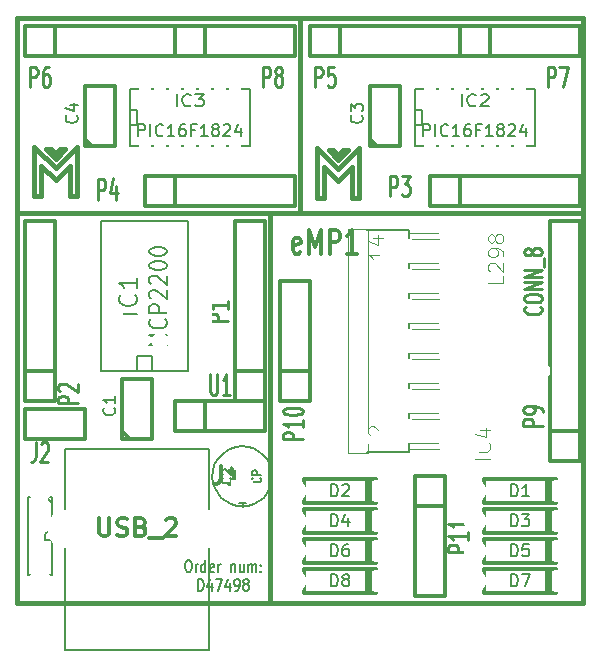
<source format=gto>
G04 (created by PCBNEW-RS274X (2011-12-28 BZR 3254)-stable) date 2012. 03. 26. 13:07:31*
G01*
G70*
G90*
%MOIN*%
G04 Gerber Fmt 3.4, Leading zero omitted, Abs format*
%FSLAX34Y34*%
G04 APERTURE LIST*
%ADD10C,0.006000*%
%ADD11C,0.007900*%
%ADD12C,0.015000*%
%ADD13C,0.012000*%
%ADD14C,0.005000*%
%ADD15C,0.008000*%
%ADD16C,0.002600*%
%ADD17C,0.010700*%
%ADD18C,0.010000*%
%ADD19C,0.010600*%
%ADD20C,0.003500*%
%ADD21C,0.007500*%
%ADD22C,0.080000*%
%ADD23C,0.126300*%
%ADD24R,0.070000X0.040000*%
%ADD25R,0.040000X0.065000*%
%ADD26R,0.075000X0.075000*%
%ADD27C,0.075000*%
%ADD28O,0.140000X0.080000*%
%ADD29C,0.055000*%
G04 APERTURE END LIST*
G54D10*
G54D11*
X10422Y-22796D02*
X10482Y-22796D01*
X10512Y-22815D01*
X10542Y-22853D01*
X10557Y-22928D01*
X10557Y-23059D01*
X10542Y-23134D01*
X10512Y-23172D01*
X10482Y-23190D01*
X10422Y-23190D01*
X10392Y-23172D01*
X10362Y-23134D01*
X10347Y-23059D01*
X10347Y-22928D01*
X10362Y-22853D01*
X10392Y-22815D01*
X10422Y-22796D01*
X10692Y-23190D02*
X10692Y-22928D01*
X10692Y-23003D02*
X10707Y-22965D01*
X10722Y-22947D01*
X10752Y-22928D01*
X10782Y-22928D01*
X11022Y-23190D02*
X11022Y-22796D01*
X11022Y-23172D02*
X10992Y-23190D01*
X10932Y-23190D01*
X10902Y-23172D01*
X10887Y-23153D01*
X10872Y-23115D01*
X10872Y-23003D01*
X10887Y-22965D01*
X10902Y-22947D01*
X10932Y-22928D01*
X10992Y-22928D01*
X11022Y-22947D01*
X11292Y-23172D02*
X11262Y-23190D01*
X11202Y-23190D01*
X11172Y-23172D01*
X11157Y-23134D01*
X11157Y-22984D01*
X11172Y-22947D01*
X11202Y-22928D01*
X11262Y-22928D01*
X11292Y-22947D01*
X11307Y-22984D01*
X11307Y-23022D01*
X11157Y-23059D01*
X11442Y-23190D02*
X11442Y-22928D01*
X11442Y-23003D02*
X11457Y-22965D01*
X11472Y-22947D01*
X11502Y-22928D01*
X11532Y-22928D01*
X11877Y-22928D02*
X11877Y-23190D01*
X11877Y-22965D02*
X11892Y-22947D01*
X11922Y-22928D01*
X11967Y-22928D01*
X11997Y-22947D01*
X12012Y-22984D01*
X12012Y-23190D01*
X12297Y-22928D02*
X12297Y-23190D01*
X12162Y-22928D02*
X12162Y-23134D01*
X12177Y-23172D01*
X12207Y-23190D01*
X12252Y-23190D01*
X12282Y-23172D01*
X12297Y-23153D01*
X12447Y-23190D02*
X12447Y-22928D01*
X12447Y-22965D02*
X12462Y-22947D01*
X12492Y-22928D01*
X12537Y-22928D01*
X12567Y-22947D01*
X12582Y-22984D01*
X12582Y-23190D01*
X12582Y-22984D02*
X12597Y-22947D01*
X12627Y-22928D01*
X12672Y-22928D01*
X12702Y-22947D01*
X12717Y-22984D01*
X12717Y-23190D01*
X12867Y-23153D02*
X12882Y-23172D01*
X12867Y-23190D01*
X12852Y-23172D01*
X12867Y-23153D01*
X12867Y-23190D01*
X12867Y-22947D02*
X12882Y-22965D01*
X12867Y-22984D01*
X12852Y-22965D01*
X12867Y-22947D01*
X12867Y-22984D01*
X10782Y-23820D02*
X10782Y-23426D01*
X10857Y-23426D01*
X10902Y-23445D01*
X10932Y-23483D01*
X10947Y-23520D01*
X10962Y-23595D01*
X10962Y-23652D01*
X10947Y-23727D01*
X10932Y-23764D01*
X10902Y-23802D01*
X10857Y-23820D01*
X10782Y-23820D01*
X11232Y-23558D02*
X11232Y-23820D01*
X11157Y-23408D02*
X11082Y-23689D01*
X11277Y-23689D01*
X11367Y-23426D02*
X11577Y-23426D01*
X11442Y-23820D01*
X11832Y-23558D02*
X11832Y-23820D01*
X11757Y-23408D02*
X11682Y-23689D01*
X11877Y-23689D01*
X12012Y-23820D02*
X12072Y-23820D01*
X12102Y-23802D01*
X12117Y-23783D01*
X12147Y-23727D01*
X12162Y-23652D01*
X12162Y-23502D01*
X12147Y-23464D01*
X12132Y-23445D01*
X12102Y-23426D01*
X12042Y-23426D01*
X12012Y-23445D01*
X11997Y-23464D01*
X11982Y-23502D01*
X11982Y-23595D01*
X11997Y-23633D01*
X12012Y-23652D01*
X12042Y-23670D01*
X12102Y-23670D01*
X12132Y-23652D01*
X12147Y-23633D01*
X12162Y-23595D01*
X12342Y-23595D02*
X12312Y-23577D01*
X12297Y-23558D01*
X12282Y-23520D01*
X12282Y-23502D01*
X12297Y-23464D01*
X12312Y-23445D01*
X12342Y-23426D01*
X12402Y-23426D01*
X12432Y-23445D01*
X12447Y-23464D01*
X12462Y-23502D01*
X12462Y-23520D01*
X12447Y-23558D01*
X12432Y-23577D01*
X12402Y-23595D01*
X12342Y-23595D01*
X12312Y-23614D01*
X12297Y-23633D01*
X12282Y-23670D01*
X12282Y-23745D01*
X12297Y-23783D01*
X12312Y-23802D01*
X12342Y-23820D01*
X12402Y-23820D01*
X12432Y-23802D01*
X12447Y-23783D01*
X12462Y-23745D01*
X12462Y-23670D01*
X12447Y-23633D01*
X12432Y-23614D01*
X12402Y-23595D01*
G54D12*
X13189Y-11220D02*
X13189Y-24213D01*
X14173Y-04724D02*
X14173Y-11220D01*
X04724Y-11220D02*
X23622Y-11220D01*
X23622Y-04724D02*
X04724Y-04724D01*
X23622Y-24213D02*
X23622Y-04724D01*
X04724Y-24213D02*
X23622Y-24213D01*
X04724Y-04724D02*
X04724Y-24213D01*
G54D13*
X14186Y-12536D02*
X14129Y-12574D01*
X14015Y-12574D01*
X13958Y-12536D01*
X13929Y-12460D01*
X13929Y-12155D01*
X13958Y-12079D01*
X14015Y-12040D01*
X14129Y-12040D01*
X14186Y-12079D01*
X14215Y-12155D01*
X14215Y-12231D01*
X13929Y-12307D01*
X14472Y-12574D02*
X14472Y-11774D01*
X14672Y-12345D01*
X14872Y-11774D01*
X14872Y-12574D01*
X15158Y-12574D02*
X15158Y-11774D01*
X15386Y-11774D01*
X15444Y-11812D01*
X15472Y-11850D01*
X15501Y-11926D01*
X15501Y-12040D01*
X15472Y-12117D01*
X15444Y-12155D01*
X15386Y-12193D01*
X15158Y-12193D01*
X16072Y-12574D02*
X15729Y-12574D01*
X15901Y-12574D02*
X15901Y-11774D01*
X15844Y-11888D01*
X15786Y-11964D01*
X15729Y-12002D01*
G54D12*
X05315Y-10669D02*
X05315Y-09016D01*
X05315Y-09016D02*
X06024Y-09725D01*
X06024Y-09725D02*
X06733Y-09016D01*
X06733Y-09016D02*
X06733Y-10669D01*
X06733Y-10669D02*
X06496Y-10669D01*
X06496Y-10669D02*
X06496Y-09646D01*
X06496Y-09646D02*
X06024Y-10118D01*
X06024Y-10118D02*
X05552Y-09646D01*
X05552Y-09646D02*
X05552Y-10669D01*
X05552Y-10669D02*
X05315Y-10669D01*
X05709Y-09095D02*
X06024Y-09410D01*
X06024Y-09410D02*
X06339Y-09095D01*
X06339Y-09095D02*
X06182Y-09095D01*
X06182Y-09095D02*
X06025Y-09252D01*
X06025Y-09252D02*
X05868Y-09095D01*
X05868Y-09095D02*
X05709Y-09095D01*
X05868Y-09095D02*
X05709Y-09095D01*
X06025Y-09252D02*
X05868Y-09095D01*
X15445Y-09291D02*
X15288Y-09134D01*
X15288Y-09134D02*
X15129Y-09134D01*
X15288Y-09134D02*
X15129Y-09134D01*
X15445Y-09291D02*
X15288Y-09134D01*
X15602Y-09134D02*
X15445Y-09291D01*
X15759Y-09134D02*
X15602Y-09134D01*
X15444Y-09449D02*
X15759Y-09134D01*
X15129Y-09134D02*
X15444Y-09449D01*
X14972Y-10708D02*
X14735Y-10708D01*
X14972Y-09685D02*
X14972Y-10708D01*
X15444Y-10157D02*
X14972Y-09685D01*
X15916Y-09685D02*
X15444Y-10157D01*
X15916Y-10708D02*
X15916Y-09685D01*
X16153Y-10708D02*
X15916Y-10708D01*
X16153Y-09055D02*
X16153Y-10708D01*
X15444Y-09764D02*
X16153Y-09055D01*
X14735Y-09055D02*
X15444Y-09764D01*
X14735Y-10708D02*
X14735Y-09055D01*
G54D14*
X06350Y-25800D02*
X11150Y-25800D01*
X11150Y-25800D02*
X11150Y-19100D01*
X11150Y-19100D02*
X06350Y-19100D01*
X06350Y-19100D02*
X06350Y-25800D01*
X10450Y-11500D02*
X07550Y-11500D01*
X07550Y-16500D02*
X10450Y-16500D01*
X10450Y-11500D02*
X10450Y-16500D01*
X07550Y-16500D02*
X07550Y-11500D01*
X08750Y-16500D02*
X08750Y-16000D01*
X08750Y-16000D02*
X09250Y-16000D01*
X09250Y-16000D02*
X09250Y-16500D01*
G54D15*
X12500Y-07100D02*
X12500Y-09000D01*
X12500Y-09000D02*
X08500Y-09000D01*
X08500Y-09000D02*
X08500Y-07100D01*
X08500Y-07100D02*
X12500Y-07100D01*
X08500Y-07800D02*
X08750Y-07800D01*
X08750Y-07800D02*
X08750Y-08300D01*
X08750Y-08300D02*
X08500Y-08300D01*
X22000Y-07100D02*
X22000Y-09000D01*
X22000Y-09000D02*
X18000Y-09000D01*
X18000Y-09000D02*
X18000Y-07100D01*
X18000Y-07100D02*
X22000Y-07100D01*
X18000Y-07800D02*
X18250Y-07800D01*
X18250Y-07800D02*
X18250Y-08300D01*
X18250Y-08300D02*
X18000Y-08300D01*
G54D13*
X22500Y-19500D02*
X22500Y-11500D01*
X22500Y-11500D02*
X23500Y-11500D01*
X23500Y-11500D02*
X23500Y-19500D01*
X23500Y-19500D02*
X22500Y-19500D01*
X23500Y-18500D02*
X22500Y-18500D01*
X13000Y-17500D02*
X12000Y-17500D01*
X12000Y-17500D02*
X12000Y-11500D01*
X12000Y-11500D02*
X13000Y-11500D01*
X13000Y-11500D02*
X13000Y-17500D01*
X13000Y-16500D02*
X12000Y-16500D01*
X06000Y-17500D02*
X05000Y-17500D01*
X05000Y-17500D02*
X05000Y-11500D01*
X05000Y-11500D02*
X06000Y-11500D01*
X06000Y-11500D02*
X06000Y-17500D01*
X06000Y-16500D02*
X05000Y-16500D01*
X14500Y-06000D02*
X14500Y-05000D01*
X14500Y-05000D02*
X19500Y-05000D01*
X19500Y-05000D02*
X19500Y-06000D01*
X19500Y-06000D02*
X14500Y-06000D01*
X15500Y-06000D02*
X15500Y-05000D01*
X18500Y-11000D02*
X18500Y-10000D01*
X18500Y-10000D02*
X23500Y-10000D01*
X23500Y-10000D02*
X23500Y-11000D01*
X23500Y-11000D02*
X18500Y-11000D01*
X19500Y-11000D02*
X19500Y-10000D01*
X09000Y-11000D02*
X09000Y-10000D01*
X09000Y-10000D02*
X14000Y-10000D01*
X14000Y-10000D02*
X14000Y-11000D01*
X14000Y-11000D02*
X09000Y-11000D01*
X10000Y-11000D02*
X10000Y-10000D01*
X05000Y-06000D02*
X05000Y-05000D01*
X05000Y-05000D02*
X10000Y-05000D01*
X10000Y-05000D02*
X10000Y-06000D01*
X10000Y-06000D02*
X05000Y-06000D01*
X06000Y-06000D02*
X06000Y-05000D01*
X19500Y-05000D02*
X19500Y-05000D01*
X19500Y-06000D02*
X19500Y-05000D01*
X19500Y-05000D02*
X19500Y-05000D01*
X19500Y-05000D02*
X23500Y-05000D01*
X23500Y-05000D02*
X23500Y-06000D01*
X23500Y-06000D02*
X19500Y-06000D01*
X20500Y-06000D02*
X20500Y-05000D01*
X10000Y-05000D02*
X10000Y-05000D01*
X10000Y-06000D02*
X10000Y-05000D01*
X10000Y-05000D02*
X10000Y-05000D01*
X10000Y-05000D02*
X14000Y-05000D01*
X14000Y-05000D02*
X14000Y-06000D01*
X14000Y-06000D02*
X10000Y-06000D01*
X11000Y-06000D02*
X11000Y-05000D01*
X13500Y-17500D02*
X13500Y-17500D01*
X14500Y-17500D02*
X13500Y-17500D01*
X13500Y-17500D02*
X13500Y-17500D01*
X13500Y-17500D02*
X13500Y-13500D01*
X13500Y-13500D02*
X14500Y-13500D01*
X14500Y-13500D02*
X14500Y-17500D01*
X14500Y-16500D02*
X13500Y-16500D01*
X19000Y-20000D02*
X19000Y-20000D01*
X18000Y-20000D02*
X19000Y-20000D01*
X19000Y-20000D02*
X19000Y-20000D01*
X19000Y-20000D02*
X19000Y-24000D01*
X19000Y-24000D02*
X18000Y-24000D01*
X18000Y-24000D02*
X18000Y-20000D01*
X18000Y-21000D02*
X19000Y-21000D01*
X10000Y-18500D02*
X10000Y-17500D01*
X10000Y-17500D02*
X13000Y-17500D01*
X13000Y-17500D02*
X13000Y-18500D01*
X13000Y-18500D02*
X10000Y-18500D01*
X11000Y-17500D02*
X11000Y-18500D01*
X05000Y-18750D02*
X05000Y-17750D01*
X05000Y-17750D02*
X07000Y-17750D01*
X07000Y-17750D02*
X07000Y-18750D01*
X07000Y-18750D02*
X05000Y-18750D01*
G54D15*
X05500Y-20500D02*
X05500Y-20700D01*
X05500Y-23500D02*
X05500Y-23300D01*
X05500Y-23300D02*
X05900Y-23300D01*
X05900Y-23300D02*
X05900Y-20700D01*
X05900Y-20700D02*
X05100Y-20700D01*
X05100Y-20700D02*
X05100Y-23300D01*
X05100Y-23300D02*
X05500Y-23300D01*
X05700Y-20700D02*
X05900Y-20900D01*
G54D16*
X18900Y-19100D02*
X18900Y-18900D01*
X18900Y-18900D02*
X17800Y-18900D01*
X17800Y-19100D02*
X17800Y-18900D01*
X18900Y-19100D02*
X17800Y-19100D01*
X18900Y-18100D02*
X18900Y-17900D01*
X18900Y-17900D02*
X17800Y-17900D01*
X17800Y-18100D02*
X17800Y-17900D01*
X18900Y-18100D02*
X17800Y-18100D01*
X18900Y-17100D02*
X18900Y-16900D01*
X18900Y-16900D02*
X17800Y-16900D01*
X17800Y-17100D02*
X17800Y-16900D01*
X18900Y-17100D02*
X17800Y-17100D01*
X18900Y-16100D02*
X18900Y-15900D01*
X18900Y-15900D02*
X17800Y-15900D01*
X17800Y-16100D02*
X17800Y-15900D01*
X18900Y-16100D02*
X17800Y-16100D01*
X18900Y-15100D02*
X18900Y-14900D01*
X18900Y-14900D02*
X17800Y-14900D01*
X17800Y-15100D02*
X17800Y-14900D01*
X18900Y-15100D02*
X17800Y-15100D01*
X18900Y-14100D02*
X18900Y-13900D01*
X18900Y-13900D02*
X17800Y-13900D01*
X17800Y-14100D02*
X17800Y-13900D01*
X18900Y-14100D02*
X17800Y-14100D01*
X18900Y-13100D02*
X18900Y-12900D01*
X18900Y-12900D02*
X17800Y-12900D01*
X17800Y-13100D02*
X17800Y-12900D01*
X18900Y-13100D02*
X17800Y-13100D01*
X18900Y-12100D02*
X18900Y-11900D01*
X18900Y-11900D02*
X17800Y-11900D01*
X17800Y-12100D02*
X17800Y-11900D01*
X18900Y-12100D02*
X17800Y-12100D01*
X16432Y-19230D02*
X16432Y-11770D01*
X16432Y-11770D02*
X15772Y-11770D01*
X15772Y-19230D02*
X15772Y-11770D01*
X16432Y-19230D02*
X15772Y-19230D01*
G54D10*
X17800Y-19200D02*
X17800Y-19100D01*
X17800Y-19100D02*
X17800Y-11900D01*
X17800Y-11900D02*
X17800Y-11800D01*
X16400Y-19200D02*
X17800Y-19200D01*
X16400Y-11800D02*
X17800Y-11800D01*
G54D13*
X17000Y-23500D02*
X16700Y-23500D01*
X16700Y-23500D02*
X16700Y-23100D01*
X16700Y-23100D02*
X14300Y-23100D01*
X14300Y-23100D02*
X14300Y-23500D01*
X14300Y-23500D02*
X14000Y-23500D01*
X14300Y-23500D02*
X14300Y-23900D01*
X14300Y-23900D02*
X16700Y-23900D01*
X16700Y-23900D02*
X16700Y-23500D01*
X16500Y-23100D02*
X16500Y-23900D01*
X16400Y-23900D02*
X16400Y-23100D01*
X23000Y-23500D02*
X22700Y-23500D01*
X22700Y-23500D02*
X22700Y-23100D01*
X22700Y-23100D02*
X20300Y-23100D01*
X20300Y-23100D02*
X20300Y-23500D01*
X20300Y-23500D02*
X20000Y-23500D01*
X20300Y-23500D02*
X20300Y-23900D01*
X20300Y-23900D02*
X22700Y-23900D01*
X22700Y-23900D02*
X22700Y-23500D01*
X22500Y-23100D02*
X22500Y-23900D01*
X22400Y-23900D02*
X22400Y-23100D01*
X17000Y-22500D02*
X16700Y-22500D01*
X16700Y-22500D02*
X16700Y-22100D01*
X16700Y-22100D02*
X14300Y-22100D01*
X14300Y-22100D02*
X14300Y-22500D01*
X14300Y-22500D02*
X14000Y-22500D01*
X14300Y-22500D02*
X14300Y-22900D01*
X14300Y-22900D02*
X16700Y-22900D01*
X16700Y-22900D02*
X16700Y-22500D01*
X16500Y-22100D02*
X16500Y-22900D01*
X16400Y-22900D02*
X16400Y-22100D01*
X23000Y-22500D02*
X22700Y-22500D01*
X22700Y-22500D02*
X22700Y-22100D01*
X22700Y-22100D02*
X20300Y-22100D01*
X20300Y-22100D02*
X20300Y-22500D01*
X20300Y-22500D02*
X20000Y-22500D01*
X20300Y-22500D02*
X20300Y-22900D01*
X20300Y-22900D02*
X22700Y-22900D01*
X22700Y-22900D02*
X22700Y-22500D01*
X22500Y-22100D02*
X22500Y-22900D01*
X22400Y-22900D02*
X22400Y-22100D01*
X17000Y-21500D02*
X16700Y-21500D01*
X16700Y-21500D02*
X16700Y-21100D01*
X16700Y-21100D02*
X14300Y-21100D01*
X14300Y-21100D02*
X14300Y-21500D01*
X14300Y-21500D02*
X14000Y-21500D01*
X14300Y-21500D02*
X14300Y-21900D01*
X14300Y-21900D02*
X16700Y-21900D01*
X16700Y-21900D02*
X16700Y-21500D01*
X16500Y-21100D02*
X16500Y-21900D01*
X16400Y-21900D02*
X16400Y-21100D01*
X23000Y-21500D02*
X22700Y-21500D01*
X22700Y-21500D02*
X22700Y-21100D01*
X22700Y-21100D02*
X20300Y-21100D01*
X20300Y-21100D02*
X20300Y-21500D01*
X20300Y-21500D02*
X20000Y-21500D01*
X20300Y-21500D02*
X20300Y-21900D01*
X20300Y-21900D02*
X22700Y-21900D01*
X22700Y-21900D02*
X22700Y-21500D01*
X22500Y-21100D02*
X22500Y-21900D01*
X22400Y-21900D02*
X22400Y-21100D01*
X17000Y-20500D02*
X16700Y-20500D01*
X16700Y-20500D02*
X16700Y-20100D01*
X16700Y-20100D02*
X14300Y-20100D01*
X14300Y-20100D02*
X14300Y-20500D01*
X14300Y-20500D02*
X14000Y-20500D01*
X14300Y-20500D02*
X14300Y-20900D01*
X14300Y-20900D02*
X16700Y-20900D01*
X16700Y-20900D02*
X16700Y-20500D01*
X16500Y-20100D02*
X16500Y-20900D01*
X16400Y-20900D02*
X16400Y-20100D01*
X23000Y-20500D02*
X22700Y-20500D01*
X22700Y-20500D02*
X22700Y-20100D01*
X22700Y-20100D02*
X20300Y-20100D01*
X20300Y-20100D02*
X20300Y-20500D01*
X20300Y-20500D02*
X20000Y-20500D01*
X20300Y-20500D02*
X20300Y-20900D01*
X20300Y-20900D02*
X22700Y-20900D01*
X22700Y-20900D02*
X22700Y-20500D01*
X22500Y-20100D02*
X22500Y-20900D01*
X22400Y-20900D02*
X22400Y-20100D01*
X08250Y-18730D02*
X08250Y-16750D01*
X08250Y-16750D02*
X09250Y-16750D01*
X09250Y-16750D02*
X09250Y-18750D01*
X09250Y-18750D02*
X08250Y-18750D01*
X08500Y-18750D02*
X08250Y-18500D01*
X07000Y-08980D02*
X07000Y-07000D01*
X07000Y-07000D02*
X08000Y-07000D01*
X08000Y-07000D02*
X08000Y-09000D01*
X08000Y-09000D02*
X07000Y-09000D01*
X07250Y-09000D02*
X07000Y-08750D01*
X16500Y-08980D02*
X16500Y-07000D01*
X16500Y-07000D02*
X17500Y-07000D01*
X17500Y-07000D02*
X17500Y-09000D01*
X17500Y-09000D02*
X16500Y-09000D01*
X16750Y-09000D02*
X16500Y-08750D01*
G54D14*
X13251Y-20000D02*
X13231Y-20194D01*
X13175Y-20381D01*
X13083Y-20553D01*
X12960Y-20705D01*
X12809Y-20829D01*
X12637Y-20922D01*
X12451Y-20980D01*
X12256Y-21000D01*
X12063Y-20983D01*
X11876Y-20928D01*
X11702Y-20837D01*
X11550Y-20715D01*
X11425Y-20565D01*
X11330Y-20394D01*
X11271Y-20208D01*
X11250Y-20013D01*
X11266Y-19820D01*
X11320Y-19632D01*
X11409Y-19458D01*
X11530Y-19305D01*
X11679Y-19179D01*
X11850Y-19083D01*
X12036Y-19023D01*
X12230Y-19000D01*
X12423Y-19015D01*
X12611Y-19067D01*
X12786Y-19155D01*
X12940Y-19276D01*
X13067Y-19423D01*
X13164Y-19593D01*
X13226Y-19779D01*
X13250Y-19973D01*
X13251Y-20000D01*
G54D13*
X11550Y-19643D02*
X11550Y-20071D01*
X11522Y-20157D01*
X11465Y-20214D01*
X11379Y-20243D01*
X11322Y-20243D01*
X12150Y-20243D02*
X11807Y-20243D01*
X11979Y-20243D02*
X11979Y-19643D01*
X11922Y-19729D01*
X11864Y-19786D01*
X11807Y-19814D01*
X07479Y-21393D02*
X07479Y-21879D01*
X07507Y-21936D01*
X07536Y-21964D01*
X07593Y-21993D01*
X07707Y-21993D01*
X07765Y-21964D01*
X07793Y-21936D01*
X07822Y-21879D01*
X07822Y-21393D01*
X08079Y-21964D02*
X08165Y-21993D01*
X08308Y-21993D01*
X08365Y-21964D01*
X08394Y-21936D01*
X08422Y-21879D01*
X08422Y-21821D01*
X08394Y-21764D01*
X08365Y-21736D01*
X08308Y-21707D01*
X08194Y-21679D01*
X08136Y-21650D01*
X08108Y-21621D01*
X08079Y-21564D01*
X08079Y-21507D01*
X08108Y-21450D01*
X08136Y-21421D01*
X08194Y-21393D01*
X08336Y-21393D01*
X08422Y-21421D01*
X08879Y-21679D02*
X08965Y-21707D01*
X08993Y-21736D01*
X09022Y-21793D01*
X09022Y-21879D01*
X08993Y-21936D01*
X08965Y-21964D01*
X08907Y-21993D01*
X08679Y-21993D01*
X08679Y-21393D01*
X08879Y-21393D01*
X08936Y-21421D01*
X08965Y-21450D01*
X08993Y-21507D01*
X08993Y-21564D01*
X08965Y-21621D01*
X08936Y-21650D01*
X08879Y-21679D01*
X08679Y-21679D01*
X09136Y-22050D02*
X09593Y-22050D01*
X09707Y-21450D02*
X09736Y-21421D01*
X09793Y-21393D01*
X09936Y-21393D01*
X09993Y-21421D01*
X10022Y-21450D01*
X10050Y-21507D01*
X10050Y-21564D01*
X10022Y-21650D01*
X09679Y-21993D01*
X10050Y-21993D01*
G54D14*
X08743Y-14585D02*
X08143Y-14585D01*
X08686Y-13956D02*
X08714Y-13985D01*
X08743Y-14071D01*
X08743Y-14128D01*
X08714Y-14213D01*
X08657Y-14271D01*
X08600Y-14299D01*
X08486Y-14328D01*
X08400Y-14328D01*
X08286Y-14299D01*
X08229Y-14271D01*
X08171Y-14213D01*
X08143Y-14128D01*
X08143Y-14071D01*
X08171Y-13985D01*
X08200Y-13956D01*
X08743Y-13385D02*
X08743Y-13728D01*
X08743Y-13556D02*
X08143Y-13556D01*
X08229Y-13613D01*
X08286Y-13671D01*
X08314Y-13728D01*
X09743Y-15618D02*
X09143Y-15618D01*
X09571Y-15451D01*
X09143Y-15285D01*
X09743Y-15285D01*
X09686Y-14761D02*
X09714Y-14785D01*
X09743Y-14856D01*
X09743Y-14904D01*
X09714Y-14976D01*
X09657Y-15023D01*
X09600Y-15047D01*
X09486Y-15071D01*
X09400Y-15071D01*
X09286Y-15047D01*
X09229Y-15023D01*
X09171Y-14976D01*
X09143Y-14904D01*
X09143Y-14856D01*
X09171Y-14785D01*
X09200Y-14761D01*
X09743Y-14547D02*
X09143Y-14547D01*
X09143Y-14356D01*
X09171Y-14309D01*
X09200Y-14285D01*
X09257Y-14261D01*
X09343Y-14261D01*
X09400Y-14285D01*
X09429Y-14309D01*
X09457Y-14356D01*
X09457Y-14547D01*
X09200Y-14071D02*
X09171Y-14047D01*
X09143Y-13999D01*
X09143Y-13880D01*
X09171Y-13833D01*
X09200Y-13809D01*
X09257Y-13785D01*
X09314Y-13785D01*
X09400Y-13809D01*
X09743Y-14095D01*
X09743Y-13785D01*
X09200Y-13595D02*
X09171Y-13571D01*
X09143Y-13523D01*
X09143Y-13404D01*
X09171Y-13357D01*
X09200Y-13333D01*
X09257Y-13309D01*
X09314Y-13309D01*
X09400Y-13333D01*
X09743Y-13619D01*
X09743Y-13309D01*
X09143Y-13000D02*
X09143Y-12952D01*
X09171Y-12904D01*
X09200Y-12881D01*
X09257Y-12857D01*
X09371Y-12833D01*
X09514Y-12833D01*
X09629Y-12857D01*
X09686Y-12881D01*
X09714Y-12904D01*
X09743Y-12952D01*
X09743Y-13000D01*
X09714Y-13047D01*
X09686Y-13071D01*
X09629Y-13095D01*
X09514Y-13119D01*
X09371Y-13119D01*
X09257Y-13095D01*
X09200Y-13071D01*
X09171Y-13047D01*
X09143Y-13000D01*
X09143Y-12524D02*
X09143Y-12476D01*
X09171Y-12428D01*
X09200Y-12405D01*
X09257Y-12381D01*
X09371Y-12357D01*
X09514Y-12357D01*
X09629Y-12381D01*
X09686Y-12405D01*
X09714Y-12428D01*
X09743Y-12476D01*
X09743Y-12524D01*
X09714Y-12571D01*
X09686Y-12595D01*
X09629Y-12619D01*
X09514Y-12643D01*
X09371Y-12643D01*
X09257Y-12619D01*
X09200Y-12595D01*
X09171Y-12571D01*
X09143Y-12524D01*
X10061Y-07662D02*
X10061Y-07262D01*
X10532Y-07624D02*
X10511Y-07643D01*
X10447Y-07662D01*
X10404Y-07662D01*
X10339Y-07643D01*
X10297Y-07605D01*
X10275Y-07567D01*
X10254Y-07490D01*
X10254Y-07433D01*
X10275Y-07357D01*
X10297Y-07319D01*
X10339Y-07281D01*
X10404Y-07262D01*
X10447Y-07262D01*
X10511Y-07281D01*
X10532Y-07300D01*
X10682Y-07262D02*
X10961Y-07262D01*
X10811Y-07414D01*
X10875Y-07414D01*
X10918Y-07433D01*
X10939Y-07452D01*
X10961Y-07490D01*
X10961Y-07586D01*
X10939Y-07624D01*
X10918Y-07643D01*
X10875Y-07662D01*
X10747Y-07662D01*
X10704Y-07643D01*
X10682Y-07624D01*
X08786Y-08662D02*
X08786Y-08262D01*
X08939Y-08262D01*
X08977Y-08281D01*
X08996Y-08300D01*
X09015Y-08338D01*
X09015Y-08395D01*
X08996Y-08433D01*
X08977Y-08452D01*
X08939Y-08471D01*
X08786Y-08471D01*
X09186Y-08662D02*
X09186Y-08262D01*
X09605Y-08624D02*
X09586Y-08643D01*
X09529Y-08662D01*
X09491Y-08662D01*
X09433Y-08643D01*
X09395Y-08605D01*
X09376Y-08567D01*
X09357Y-08490D01*
X09357Y-08433D01*
X09376Y-08357D01*
X09395Y-08319D01*
X09433Y-08281D01*
X09491Y-08262D01*
X09529Y-08262D01*
X09586Y-08281D01*
X09605Y-08300D01*
X09986Y-08662D02*
X09757Y-08662D01*
X09871Y-08662D02*
X09871Y-08262D01*
X09833Y-08319D01*
X09795Y-08357D01*
X09757Y-08376D01*
X10329Y-08262D02*
X10252Y-08262D01*
X10214Y-08281D01*
X10195Y-08300D01*
X10157Y-08357D01*
X10138Y-08433D01*
X10138Y-08586D01*
X10157Y-08624D01*
X10176Y-08643D01*
X10214Y-08662D01*
X10291Y-08662D01*
X10329Y-08643D01*
X10348Y-08624D01*
X10367Y-08586D01*
X10367Y-08490D01*
X10348Y-08452D01*
X10329Y-08433D01*
X10291Y-08414D01*
X10214Y-08414D01*
X10176Y-08433D01*
X10157Y-08452D01*
X10138Y-08490D01*
X10672Y-08452D02*
X10538Y-08452D01*
X10538Y-08662D02*
X10538Y-08262D01*
X10729Y-08262D01*
X11091Y-08662D02*
X10862Y-08662D01*
X10976Y-08662D02*
X10976Y-08262D01*
X10938Y-08319D01*
X10900Y-08357D01*
X10862Y-08376D01*
X11319Y-08433D02*
X11281Y-08414D01*
X11262Y-08395D01*
X11243Y-08357D01*
X11243Y-08338D01*
X11262Y-08300D01*
X11281Y-08281D01*
X11319Y-08262D01*
X11396Y-08262D01*
X11434Y-08281D01*
X11453Y-08300D01*
X11472Y-08338D01*
X11472Y-08357D01*
X11453Y-08395D01*
X11434Y-08414D01*
X11396Y-08433D01*
X11319Y-08433D01*
X11281Y-08452D01*
X11262Y-08471D01*
X11243Y-08510D01*
X11243Y-08586D01*
X11262Y-08624D01*
X11281Y-08643D01*
X11319Y-08662D01*
X11396Y-08662D01*
X11434Y-08643D01*
X11453Y-08624D01*
X11472Y-08586D01*
X11472Y-08510D01*
X11453Y-08471D01*
X11434Y-08452D01*
X11396Y-08433D01*
X11624Y-08300D02*
X11643Y-08281D01*
X11681Y-08262D01*
X11777Y-08262D01*
X11815Y-08281D01*
X11834Y-08300D01*
X11853Y-08338D01*
X11853Y-08376D01*
X11834Y-08433D01*
X11605Y-08662D01*
X11853Y-08662D01*
X12196Y-08395D02*
X12196Y-08662D01*
X12100Y-08243D02*
X12005Y-08529D01*
X12253Y-08529D01*
X19561Y-07662D02*
X19561Y-07262D01*
X20032Y-07624D02*
X20011Y-07643D01*
X19947Y-07662D01*
X19904Y-07662D01*
X19839Y-07643D01*
X19797Y-07605D01*
X19775Y-07567D01*
X19754Y-07490D01*
X19754Y-07433D01*
X19775Y-07357D01*
X19797Y-07319D01*
X19839Y-07281D01*
X19904Y-07262D01*
X19947Y-07262D01*
X20011Y-07281D01*
X20032Y-07300D01*
X20204Y-07300D02*
X20225Y-07281D01*
X20268Y-07262D01*
X20375Y-07262D01*
X20418Y-07281D01*
X20439Y-07300D01*
X20461Y-07338D01*
X20461Y-07376D01*
X20439Y-07433D01*
X20182Y-07662D01*
X20461Y-07662D01*
X18286Y-08662D02*
X18286Y-08262D01*
X18439Y-08262D01*
X18477Y-08281D01*
X18496Y-08300D01*
X18515Y-08338D01*
X18515Y-08395D01*
X18496Y-08433D01*
X18477Y-08452D01*
X18439Y-08471D01*
X18286Y-08471D01*
X18686Y-08662D02*
X18686Y-08262D01*
X19105Y-08624D02*
X19086Y-08643D01*
X19029Y-08662D01*
X18991Y-08662D01*
X18933Y-08643D01*
X18895Y-08605D01*
X18876Y-08567D01*
X18857Y-08490D01*
X18857Y-08433D01*
X18876Y-08357D01*
X18895Y-08319D01*
X18933Y-08281D01*
X18991Y-08262D01*
X19029Y-08262D01*
X19086Y-08281D01*
X19105Y-08300D01*
X19486Y-08662D02*
X19257Y-08662D01*
X19371Y-08662D02*
X19371Y-08262D01*
X19333Y-08319D01*
X19295Y-08357D01*
X19257Y-08376D01*
X19829Y-08262D02*
X19752Y-08262D01*
X19714Y-08281D01*
X19695Y-08300D01*
X19657Y-08357D01*
X19638Y-08433D01*
X19638Y-08586D01*
X19657Y-08624D01*
X19676Y-08643D01*
X19714Y-08662D01*
X19791Y-08662D01*
X19829Y-08643D01*
X19848Y-08624D01*
X19867Y-08586D01*
X19867Y-08490D01*
X19848Y-08452D01*
X19829Y-08433D01*
X19791Y-08414D01*
X19714Y-08414D01*
X19676Y-08433D01*
X19657Y-08452D01*
X19638Y-08490D01*
X20172Y-08452D02*
X20038Y-08452D01*
X20038Y-08662D02*
X20038Y-08262D01*
X20229Y-08262D01*
X20591Y-08662D02*
X20362Y-08662D01*
X20476Y-08662D02*
X20476Y-08262D01*
X20438Y-08319D01*
X20400Y-08357D01*
X20362Y-08376D01*
X20819Y-08433D02*
X20781Y-08414D01*
X20762Y-08395D01*
X20743Y-08357D01*
X20743Y-08338D01*
X20762Y-08300D01*
X20781Y-08281D01*
X20819Y-08262D01*
X20896Y-08262D01*
X20934Y-08281D01*
X20953Y-08300D01*
X20972Y-08338D01*
X20972Y-08357D01*
X20953Y-08395D01*
X20934Y-08414D01*
X20896Y-08433D01*
X20819Y-08433D01*
X20781Y-08452D01*
X20762Y-08471D01*
X20743Y-08510D01*
X20743Y-08586D01*
X20762Y-08624D01*
X20781Y-08643D01*
X20819Y-08662D01*
X20896Y-08662D01*
X20934Y-08643D01*
X20953Y-08624D01*
X20972Y-08586D01*
X20972Y-08510D01*
X20953Y-08471D01*
X20934Y-08452D01*
X20896Y-08433D01*
X21124Y-08300D02*
X21143Y-08281D01*
X21181Y-08262D01*
X21277Y-08262D01*
X21315Y-08281D01*
X21334Y-08300D01*
X21353Y-08338D01*
X21353Y-08376D01*
X21334Y-08433D01*
X21105Y-08662D01*
X21353Y-08662D01*
X21696Y-08395D02*
X21696Y-08662D01*
X21600Y-08243D02*
X21505Y-08529D01*
X21753Y-08529D01*
G54D17*
X22275Y-18316D02*
X21594Y-18316D01*
X21594Y-18153D01*
X21627Y-18112D01*
X21659Y-18092D01*
X21724Y-18072D01*
X21821Y-18072D01*
X21886Y-18092D01*
X21918Y-18112D01*
X21951Y-18153D01*
X21951Y-18316D01*
X22275Y-17868D02*
X22275Y-17786D01*
X22243Y-17745D01*
X22210Y-17725D01*
X22113Y-17684D01*
X21983Y-17664D01*
X21724Y-17664D01*
X21659Y-17684D01*
X21627Y-17705D01*
X21594Y-17745D01*
X21594Y-17827D01*
X21627Y-17868D01*
X21659Y-17888D01*
X21724Y-17908D01*
X21886Y-17908D01*
X21951Y-17888D01*
X21983Y-17868D01*
X22016Y-17827D01*
X22016Y-17745D01*
X21983Y-17705D01*
X21951Y-17684D01*
X21886Y-17664D01*
G54D18*
X22186Y-14347D02*
X22214Y-14366D01*
X22243Y-14423D01*
X22243Y-14461D01*
X22214Y-14519D01*
X22157Y-14557D01*
X22100Y-14576D01*
X21986Y-14595D01*
X21900Y-14595D01*
X21786Y-14576D01*
X21729Y-14557D01*
X21671Y-14519D01*
X21643Y-14461D01*
X21643Y-14423D01*
X21671Y-14366D01*
X21700Y-14347D01*
X21643Y-14100D02*
X21643Y-14023D01*
X21671Y-13985D01*
X21729Y-13947D01*
X21843Y-13928D01*
X22043Y-13928D01*
X22157Y-13947D01*
X22214Y-13985D01*
X22243Y-14023D01*
X22243Y-14100D01*
X22214Y-14138D01*
X22157Y-14176D01*
X22043Y-14195D01*
X21843Y-14195D01*
X21729Y-14176D01*
X21671Y-14138D01*
X21643Y-14100D01*
X22243Y-13757D02*
X21643Y-13757D01*
X22243Y-13528D01*
X21643Y-13528D01*
X22243Y-13338D02*
X21643Y-13338D01*
X22243Y-13109D01*
X21643Y-13109D01*
X22300Y-13014D02*
X22300Y-12709D01*
X21900Y-12557D02*
X21871Y-12595D01*
X21843Y-12614D01*
X21786Y-12633D01*
X21757Y-12633D01*
X21700Y-12614D01*
X21671Y-12595D01*
X21643Y-12557D01*
X21643Y-12480D01*
X21671Y-12442D01*
X21700Y-12423D01*
X21757Y-12404D01*
X21786Y-12404D01*
X21843Y-12423D01*
X21871Y-12442D01*
X21900Y-12480D01*
X21900Y-12557D01*
X21929Y-12595D01*
X21957Y-12614D01*
X22014Y-12633D01*
X22129Y-12633D01*
X22186Y-12614D01*
X22214Y-12595D01*
X22243Y-12557D01*
X22243Y-12480D01*
X22214Y-12442D01*
X22186Y-12423D01*
X22129Y-12404D01*
X22014Y-12404D01*
X21957Y-12423D01*
X21929Y-12442D01*
X21900Y-12480D01*
G54D17*
X11775Y-14816D02*
X11094Y-14816D01*
X11094Y-14653D01*
X11127Y-14612D01*
X11159Y-14592D01*
X11224Y-14572D01*
X11321Y-14572D01*
X11386Y-14592D01*
X11418Y-14612D01*
X11451Y-14653D01*
X11451Y-14816D01*
X11775Y-14164D02*
X11775Y-14408D01*
X11775Y-14286D02*
X11094Y-14286D01*
X11191Y-14327D01*
X11256Y-14368D01*
X11289Y-14408D01*
X06775Y-17566D02*
X06094Y-17566D01*
X06094Y-17403D01*
X06127Y-17362D01*
X06159Y-17342D01*
X06224Y-17322D01*
X06321Y-17322D01*
X06386Y-17342D01*
X06418Y-17362D01*
X06451Y-17403D01*
X06451Y-17566D01*
X06159Y-17158D02*
X06127Y-17138D01*
X06094Y-17097D01*
X06094Y-16995D01*
X06127Y-16955D01*
X06159Y-16934D01*
X06224Y-16914D01*
X06289Y-16914D01*
X06386Y-16934D01*
X06775Y-17179D01*
X06775Y-16914D01*
X14684Y-07025D02*
X14684Y-06344D01*
X14847Y-06344D01*
X14888Y-06377D01*
X14908Y-06409D01*
X14928Y-06474D01*
X14928Y-06571D01*
X14908Y-06636D01*
X14888Y-06668D01*
X14847Y-06701D01*
X14684Y-06701D01*
X15316Y-06344D02*
X15112Y-06344D01*
X15092Y-06668D01*
X15112Y-06636D01*
X15153Y-06604D01*
X15255Y-06604D01*
X15295Y-06636D01*
X15316Y-06668D01*
X15336Y-06733D01*
X15336Y-06895D01*
X15316Y-06960D01*
X15295Y-06993D01*
X15255Y-07025D01*
X15153Y-07025D01*
X15112Y-06993D01*
X15092Y-06960D01*
X17176Y-10669D02*
X17176Y-09988D01*
X17339Y-09988D01*
X17380Y-10021D01*
X17400Y-10053D01*
X17420Y-10118D01*
X17420Y-10215D01*
X17400Y-10280D01*
X17380Y-10312D01*
X17339Y-10345D01*
X17176Y-10345D01*
X17563Y-09988D02*
X17828Y-09988D01*
X17685Y-10248D01*
X17747Y-10248D01*
X17787Y-10280D01*
X17808Y-10312D01*
X17828Y-10377D01*
X17828Y-10539D01*
X17808Y-10604D01*
X17787Y-10637D01*
X17747Y-10669D01*
X17624Y-10669D01*
X17584Y-10637D01*
X17563Y-10604D01*
X07434Y-10775D02*
X07434Y-10094D01*
X07597Y-10094D01*
X07638Y-10127D01*
X07658Y-10159D01*
X07678Y-10224D01*
X07678Y-10321D01*
X07658Y-10386D01*
X07638Y-10418D01*
X07597Y-10451D01*
X07434Y-10451D01*
X08045Y-10321D02*
X08045Y-10775D01*
X07943Y-10062D02*
X07842Y-10548D01*
X08106Y-10548D01*
X05184Y-07025D02*
X05184Y-06344D01*
X05347Y-06344D01*
X05388Y-06377D01*
X05408Y-06409D01*
X05428Y-06474D01*
X05428Y-06571D01*
X05408Y-06636D01*
X05388Y-06668D01*
X05347Y-06701D01*
X05184Y-06701D01*
X05795Y-06344D02*
X05714Y-06344D01*
X05673Y-06377D01*
X05653Y-06409D01*
X05612Y-06506D01*
X05592Y-06636D01*
X05592Y-06895D01*
X05612Y-06960D01*
X05632Y-06993D01*
X05673Y-07025D01*
X05755Y-07025D01*
X05795Y-06993D01*
X05816Y-06960D01*
X05836Y-06895D01*
X05836Y-06733D01*
X05816Y-06668D01*
X05795Y-06636D01*
X05755Y-06604D01*
X05673Y-06604D01*
X05632Y-06636D01*
X05612Y-06668D01*
X05592Y-06733D01*
X22434Y-07026D02*
X22434Y-06343D01*
X22597Y-06343D01*
X22638Y-06375D01*
X22658Y-06408D01*
X22678Y-06473D01*
X22678Y-06571D01*
X22658Y-06636D01*
X22638Y-06668D01*
X22597Y-06701D01*
X22434Y-06701D01*
X22821Y-06343D02*
X23106Y-06343D01*
X22923Y-07026D01*
X12934Y-07026D02*
X12934Y-06343D01*
X13097Y-06343D01*
X13138Y-06375D01*
X13158Y-06408D01*
X13178Y-06473D01*
X13178Y-06571D01*
X13158Y-06636D01*
X13138Y-06668D01*
X13097Y-06701D01*
X12934Y-06701D01*
X13423Y-06636D02*
X13382Y-06603D01*
X13362Y-06571D01*
X13342Y-06506D01*
X13342Y-06473D01*
X13362Y-06408D01*
X13382Y-06375D01*
X13423Y-06343D01*
X13505Y-06343D01*
X13545Y-06375D01*
X13566Y-06408D01*
X13586Y-06473D01*
X13586Y-06506D01*
X13566Y-06571D01*
X13545Y-06603D01*
X13505Y-06636D01*
X13423Y-06636D01*
X13382Y-06668D01*
X13362Y-06701D01*
X13342Y-06766D01*
X13342Y-06896D01*
X13362Y-06961D01*
X13382Y-06993D01*
X13423Y-07026D01*
X13505Y-07026D01*
X13545Y-06993D01*
X13566Y-06961D01*
X13586Y-06896D01*
X13586Y-06766D01*
X13566Y-06701D01*
X13545Y-06668D01*
X13505Y-06636D01*
X14276Y-18770D02*
X13593Y-18770D01*
X13593Y-18607D01*
X13625Y-18566D01*
X13658Y-18546D01*
X13723Y-18526D01*
X13821Y-18526D01*
X13886Y-18546D01*
X13918Y-18566D01*
X13951Y-18607D01*
X13951Y-18770D01*
X14276Y-18118D02*
X14276Y-18362D01*
X14276Y-18240D02*
X13593Y-18240D01*
X13691Y-18281D01*
X13756Y-18322D01*
X13788Y-18362D01*
X13593Y-17853D02*
X13593Y-17812D01*
X13625Y-17771D01*
X13658Y-17751D01*
X13723Y-17730D01*
X13853Y-17710D01*
X14016Y-17710D01*
X14146Y-17730D01*
X14211Y-17751D01*
X14243Y-17771D01*
X14276Y-17812D01*
X14276Y-17853D01*
X14243Y-17893D01*
X14211Y-17914D01*
X14146Y-17934D01*
X14016Y-17954D01*
X13853Y-17954D01*
X13723Y-17934D01*
X13658Y-17914D01*
X13625Y-17893D01*
X13593Y-17853D01*
X19776Y-22520D02*
X19093Y-22520D01*
X19093Y-22357D01*
X19125Y-22316D01*
X19158Y-22296D01*
X19223Y-22276D01*
X19321Y-22276D01*
X19386Y-22296D01*
X19418Y-22316D01*
X19451Y-22357D01*
X19451Y-22520D01*
X19776Y-21868D02*
X19776Y-22112D01*
X19776Y-21990D02*
X19093Y-21990D01*
X19191Y-22031D01*
X19256Y-22072D01*
X19288Y-22112D01*
X19776Y-21460D02*
X19776Y-21704D01*
X19776Y-21582D02*
X19093Y-21582D01*
X19191Y-21623D01*
X19256Y-21664D01*
X19288Y-21704D01*
G54D19*
X11177Y-16580D02*
X11177Y-17151D01*
X11197Y-17218D01*
X11217Y-17251D01*
X11258Y-17285D01*
X11338Y-17285D01*
X11379Y-17251D01*
X11399Y-17218D01*
X11419Y-17151D01*
X11419Y-16580D01*
X11843Y-17285D02*
X11601Y-17285D01*
X11722Y-17285D02*
X11722Y-16580D01*
X11682Y-16681D01*
X11641Y-16748D01*
X11601Y-16781D01*
G54D17*
X05357Y-18844D02*
X05357Y-19331D01*
X05337Y-19428D01*
X05296Y-19493D01*
X05235Y-19525D01*
X05194Y-19525D01*
X05541Y-18909D02*
X05561Y-18877D01*
X05602Y-18844D01*
X05704Y-18844D01*
X05744Y-18877D01*
X05765Y-18909D01*
X05785Y-18974D01*
X05785Y-19039D01*
X05765Y-19136D01*
X05520Y-19525D01*
X05785Y-19525D01*
G54D15*
X06223Y-21845D02*
X05961Y-22012D01*
X06223Y-22131D02*
X05673Y-22131D01*
X05673Y-21940D01*
X05699Y-21893D01*
X05725Y-21869D01*
X05777Y-21845D01*
X05856Y-21845D01*
X05908Y-21869D01*
X05935Y-21893D01*
X05961Y-21940D01*
X05961Y-22131D01*
G54D20*
X20522Y-19410D02*
X20022Y-19410D01*
X20475Y-18886D02*
X20499Y-18910D01*
X20522Y-18981D01*
X20522Y-19029D01*
X20499Y-19101D01*
X20451Y-19148D01*
X20403Y-19172D01*
X20308Y-19196D01*
X20237Y-19196D01*
X20141Y-19172D01*
X20094Y-19148D01*
X20046Y-19101D01*
X20022Y-19029D01*
X20022Y-18981D01*
X20046Y-18910D01*
X20070Y-18886D01*
X20189Y-18458D02*
X20522Y-18458D01*
X19999Y-18577D02*
X20356Y-18696D01*
X20356Y-18386D01*
X20952Y-13309D02*
X20952Y-13547D01*
X20452Y-13547D01*
X20500Y-13166D02*
X20476Y-13142D01*
X20452Y-13094D01*
X20452Y-12975D01*
X20476Y-12928D01*
X20500Y-12904D01*
X20548Y-12880D01*
X20595Y-12880D01*
X20667Y-12904D01*
X20952Y-13190D01*
X20952Y-12880D01*
X20952Y-12642D02*
X20952Y-12547D01*
X20929Y-12499D01*
X20905Y-12475D01*
X20833Y-12428D01*
X20738Y-12404D01*
X20548Y-12404D01*
X20500Y-12428D01*
X20476Y-12452D01*
X20452Y-12499D01*
X20452Y-12595D01*
X20476Y-12642D01*
X20500Y-12666D01*
X20548Y-12690D01*
X20667Y-12690D01*
X20714Y-12666D01*
X20738Y-12642D01*
X20762Y-12595D01*
X20762Y-12499D01*
X20738Y-12452D01*
X20714Y-12428D01*
X20667Y-12404D01*
X20667Y-12119D02*
X20643Y-12166D01*
X20619Y-12190D01*
X20571Y-12214D01*
X20548Y-12214D01*
X20500Y-12190D01*
X20476Y-12166D01*
X20452Y-12119D01*
X20452Y-12023D01*
X20476Y-11976D01*
X20500Y-11952D01*
X20548Y-11928D01*
X20571Y-11928D01*
X20619Y-11952D01*
X20643Y-11976D01*
X20667Y-12023D01*
X20667Y-12119D01*
X20690Y-12166D01*
X20714Y-12190D01*
X20762Y-12214D01*
X20857Y-12214D01*
X20905Y-12190D01*
X20929Y-12166D01*
X20952Y-12119D01*
X20952Y-12023D01*
X20929Y-11976D01*
X20905Y-11952D01*
X20857Y-11928D01*
X20762Y-11928D01*
X20714Y-11952D01*
X20690Y-11976D01*
X20667Y-12023D01*
X16500Y-18612D02*
X16476Y-18588D01*
X16452Y-18540D01*
X16452Y-18421D01*
X16476Y-18374D01*
X16500Y-18350D01*
X16548Y-18326D01*
X16595Y-18326D01*
X16667Y-18350D01*
X16952Y-18636D01*
X16952Y-18326D01*
X16952Y-12470D02*
X16952Y-12756D01*
X16952Y-12613D02*
X16452Y-12613D01*
X16524Y-12661D01*
X16571Y-12708D01*
X16595Y-12756D01*
X16619Y-12042D02*
X16952Y-12042D01*
X16429Y-12161D02*
X16786Y-12280D01*
X16786Y-11970D01*
G54D15*
X15205Y-23662D02*
X15205Y-23262D01*
X15300Y-23262D01*
X15358Y-23281D01*
X15396Y-23319D01*
X15415Y-23357D01*
X15434Y-23433D01*
X15434Y-23490D01*
X15415Y-23567D01*
X15396Y-23605D01*
X15358Y-23643D01*
X15300Y-23662D01*
X15205Y-23662D01*
X15662Y-23433D02*
X15624Y-23414D01*
X15605Y-23395D01*
X15586Y-23357D01*
X15586Y-23338D01*
X15605Y-23300D01*
X15624Y-23281D01*
X15662Y-23262D01*
X15739Y-23262D01*
X15777Y-23281D01*
X15796Y-23300D01*
X15815Y-23338D01*
X15815Y-23357D01*
X15796Y-23395D01*
X15777Y-23414D01*
X15739Y-23433D01*
X15662Y-23433D01*
X15624Y-23452D01*
X15605Y-23471D01*
X15586Y-23510D01*
X15586Y-23586D01*
X15605Y-23624D01*
X15624Y-23643D01*
X15662Y-23662D01*
X15739Y-23662D01*
X15777Y-23643D01*
X15796Y-23624D01*
X15815Y-23586D01*
X15815Y-23510D01*
X15796Y-23471D01*
X15777Y-23452D01*
X15739Y-23433D01*
X21205Y-23662D02*
X21205Y-23262D01*
X21300Y-23262D01*
X21358Y-23281D01*
X21396Y-23319D01*
X21415Y-23357D01*
X21434Y-23433D01*
X21434Y-23490D01*
X21415Y-23567D01*
X21396Y-23605D01*
X21358Y-23643D01*
X21300Y-23662D01*
X21205Y-23662D01*
X21567Y-23262D02*
X21834Y-23262D01*
X21662Y-23662D01*
X15205Y-22662D02*
X15205Y-22262D01*
X15300Y-22262D01*
X15358Y-22281D01*
X15396Y-22319D01*
X15415Y-22357D01*
X15434Y-22433D01*
X15434Y-22490D01*
X15415Y-22567D01*
X15396Y-22605D01*
X15358Y-22643D01*
X15300Y-22662D01*
X15205Y-22662D01*
X15777Y-22262D02*
X15700Y-22262D01*
X15662Y-22281D01*
X15643Y-22300D01*
X15605Y-22357D01*
X15586Y-22433D01*
X15586Y-22586D01*
X15605Y-22624D01*
X15624Y-22643D01*
X15662Y-22662D01*
X15739Y-22662D01*
X15777Y-22643D01*
X15796Y-22624D01*
X15815Y-22586D01*
X15815Y-22490D01*
X15796Y-22452D01*
X15777Y-22433D01*
X15739Y-22414D01*
X15662Y-22414D01*
X15624Y-22433D01*
X15605Y-22452D01*
X15586Y-22490D01*
X21205Y-22662D02*
X21205Y-22262D01*
X21300Y-22262D01*
X21358Y-22281D01*
X21396Y-22319D01*
X21415Y-22357D01*
X21434Y-22433D01*
X21434Y-22490D01*
X21415Y-22567D01*
X21396Y-22605D01*
X21358Y-22643D01*
X21300Y-22662D01*
X21205Y-22662D01*
X21796Y-22262D02*
X21605Y-22262D01*
X21586Y-22452D01*
X21605Y-22433D01*
X21643Y-22414D01*
X21739Y-22414D01*
X21777Y-22433D01*
X21796Y-22452D01*
X21815Y-22490D01*
X21815Y-22586D01*
X21796Y-22624D01*
X21777Y-22643D01*
X21739Y-22662D01*
X21643Y-22662D01*
X21605Y-22643D01*
X21586Y-22624D01*
X15205Y-21662D02*
X15205Y-21262D01*
X15300Y-21262D01*
X15358Y-21281D01*
X15396Y-21319D01*
X15415Y-21357D01*
X15434Y-21433D01*
X15434Y-21490D01*
X15415Y-21567D01*
X15396Y-21605D01*
X15358Y-21643D01*
X15300Y-21662D01*
X15205Y-21662D01*
X15777Y-21395D02*
X15777Y-21662D01*
X15681Y-21243D02*
X15586Y-21529D01*
X15834Y-21529D01*
X21205Y-21662D02*
X21205Y-21262D01*
X21300Y-21262D01*
X21358Y-21281D01*
X21396Y-21319D01*
X21415Y-21357D01*
X21434Y-21433D01*
X21434Y-21490D01*
X21415Y-21567D01*
X21396Y-21605D01*
X21358Y-21643D01*
X21300Y-21662D01*
X21205Y-21662D01*
X21567Y-21262D02*
X21815Y-21262D01*
X21681Y-21414D01*
X21739Y-21414D01*
X21777Y-21433D01*
X21796Y-21452D01*
X21815Y-21490D01*
X21815Y-21586D01*
X21796Y-21624D01*
X21777Y-21643D01*
X21739Y-21662D01*
X21624Y-21662D01*
X21586Y-21643D01*
X21567Y-21624D01*
X15205Y-20662D02*
X15205Y-20262D01*
X15300Y-20262D01*
X15358Y-20281D01*
X15396Y-20319D01*
X15415Y-20357D01*
X15434Y-20433D01*
X15434Y-20490D01*
X15415Y-20567D01*
X15396Y-20605D01*
X15358Y-20643D01*
X15300Y-20662D01*
X15205Y-20662D01*
X15586Y-20300D02*
X15605Y-20281D01*
X15643Y-20262D01*
X15739Y-20262D01*
X15777Y-20281D01*
X15796Y-20300D01*
X15815Y-20338D01*
X15815Y-20376D01*
X15796Y-20433D01*
X15567Y-20662D01*
X15815Y-20662D01*
X21205Y-20662D02*
X21205Y-20262D01*
X21300Y-20262D01*
X21358Y-20281D01*
X21396Y-20319D01*
X21415Y-20357D01*
X21434Y-20433D01*
X21434Y-20490D01*
X21415Y-20567D01*
X21396Y-20605D01*
X21358Y-20643D01*
X21300Y-20662D01*
X21205Y-20662D01*
X21815Y-20662D02*
X21586Y-20662D01*
X21700Y-20662D02*
X21700Y-20262D01*
X21662Y-20319D01*
X21624Y-20357D01*
X21586Y-20376D01*
X07974Y-17716D02*
X07993Y-17735D01*
X08012Y-17792D01*
X08012Y-17830D01*
X07993Y-17888D01*
X07955Y-17926D01*
X07917Y-17945D01*
X07840Y-17964D01*
X07783Y-17964D01*
X07707Y-17945D01*
X07669Y-17926D01*
X07631Y-17888D01*
X07612Y-17830D01*
X07612Y-17792D01*
X07631Y-17735D01*
X07650Y-17716D01*
X08012Y-17335D02*
X08012Y-17564D01*
X08012Y-17450D02*
X07612Y-17450D01*
X07669Y-17488D01*
X07707Y-17526D01*
X07726Y-17564D01*
X06724Y-07966D02*
X06743Y-07985D01*
X06762Y-08042D01*
X06762Y-08080D01*
X06743Y-08138D01*
X06705Y-08176D01*
X06667Y-08195D01*
X06590Y-08214D01*
X06533Y-08214D01*
X06457Y-08195D01*
X06419Y-08176D01*
X06381Y-08138D01*
X06362Y-08080D01*
X06362Y-08042D01*
X06381Y-07985D01*
X06400Y-07966D01*
X06495Y-07623D02*
X06762Y-07623D01*
X06343Y-07719D02*
X06629Y-07814D01*
X06629Y-07566D01*
X16224Y-07966D02*
X16243Y-07985D01*
X16262Y-08042D01*
X16262Y-08080D01*
X16243Y-08138D01*
X16205Y-08176D01*
X16167Y-08195D01*
X16090Y-08214D01*
X16033Y-08214D01*
X15957Y-08195D01*
X15919Y-08176D01*
X15881Y-08138D01*
X15862Y-08080D01*
X15862Y-08042D01*
X15881Y-07985D01*
X15900Y-07966D01*
X15862Y-07833D02*
X15862Y-07585D01*
X16014Y-07719D01*
X16014Y-07661D01*
X16033Y-07623D01*
X16052Y-07604D01*
X16090Y-07585D01*
X16186Y-07585D01*
X16224Y-07604D01*
X16243Y-07623D01*
X16262Y-07661D01*
X16262Y-07776D01*
X16243Y-07814D01*
X16224Y-07833D01*
G54D14*
X11844Y-20050D02*
X11858Y-20064D01*
X11872Y-20107D01*
X11872Y-20136D01*
X11858Y-20179D01*
X11830Y-20207D01*
X11801Y-20222D01*
X11744Y-20236D01*
X11701Y-20236D01*
X11644Y-20222D01*
X11615Y-20207D01*
X11587Y-20179D01*
X11572Y-20136D01*
X11572Y-20107D01*
X11587Y-20064D01*
X11601Y-20050D01*
X11601Y-19936D02*
X11587Y-19922D01*
X11572Y-19893D01*
X11572Y-19822D01*
X11587Y-19793D01*
X11601Y-19779D01*
X11630Y-19764D01*
X11658Y-19764D01*
X11701Y-19779D01*
X11872Y-19950D01*
X11872Y-19764D01*
X12843Y-20048D02*
X12857Y-20060D01*
X12871Y-20095D01*
X12871Y-20119D01*
X12857Y-20155D01*
X12829Y-20179D01*
X12800Y-20190D01*
X12743Y-20202D01*
X12700Y-20202D01*
X12643Y-20190D01*
X12614Y-20179D01*
X12586Y-20155D01*
X12571Y-20119D01*
X12571Y-20095D01*
X12586Y-20060D01*
X12600Y-20048D01*
X12871Y-19940D02*
X12571Y-19940D01*
X12571Y-19845D01*
X12586Y-19821D01*
X12600Y-19810D01*
X12629Y-19798D01*
X12671Y-19798D01*
X12700Y-19810D01*
X12714Y-19821D01*
X12729Y-19845D01*
X12729Y-19940D01*
G54D21*
X12257Y-21014D02*
X12257Y-20785D01*
X12371Y-20899D02*
X12143Y-20899D01*
%LPC*%
G54D22*
X09250Y-19900D03*
X08250Y-19900D03*
X08250Y-20687D03*
X09250Y-20687D03*
G54D23*
X11112Y-21750D03*
X06388Y-21750D03*
G54D24*
X07100Y-11750D03*
X07100Y-12250D03*
X07100Y-12750D03*
X07100Y-13250D03*
X07100Y-13750D03*
X07100Y-14250D03*
X07100Y-14750D03*
X07100Y-15250D03*
X07100Y-15750D03*
X07100Y-16250D03*
X10900Y-16250D03*
X10900Y-15750D03*
X10900Y-15250D03*
X10900Y-14750D03*
X10900Y-14250D03*
X10900Y-13750D03*
X10900Y-13250D03*
X10900Y-12750D03*
X10900Y-12250D03*
X10900Y-11750D03*
G54D25*
X09000Y-09300D03*
X09500Y-09300D03*
X10000Y-09300D03*
X10500Y-09300D03*
X11000Y-09300D03*
X11500Y-09300D03*
X12000Y-09300D03*
X12000Y-06800D03*
X11500Y-06800D03*
X10500Y-06800D03*
X10000Y-06800D03*
X09500Y-06800D03*
X09000Y-06800D03*
X11000Y-06800D03*
X18500Y-09300D03*
X19000Y-09300D03*
X19500Y-09300D03*
X20000Y-09300D03*
X20500Y-09300D03*
X21000Y-09300D03*
X21500Y-09300D03*
X21500Y-06800D03*
X21000Y-06800D03*
X20000Y-06800D03*
X19500Y-06800D03*
X19000Y-06800D03*
X18500Y-06800D03*
X20500Y-06800D03*
G54D26*
X23000Y-19000D03*
G54D27*
X23000Y-18000D03*
X23000Y-17000D03*
X23000Y-16000D03*
X23000Y-15000D03*
X23000Y-14000D03*
X23000Y-13000D03*
X23000Y-12000D03*
G54D26*
X12500Y-17000D03*
G54D27*
X12500Y-16000D03*
X12500Y-15000D03*
X12500Y-14000D03*
X12500Y-13000D03*
X12500Y-12000D03*
G54D26*
X05500Y-17000D03*
G54D27*
X05500Y-16000D03*
X05500Y-15000D03*
X05500Y-14000D03*
X05500Y-13000D03*
X05500Y-12000D03*
G54D26*
X15000Y-05500D03*
G54D27*
X16000Y-05500D03*
X17000Y-05500D03*
X18000Y-05500D03*
X19000Y-05500D03*
G54D26*
X19000Y-10500D03*
G54D27*
X20000Y-10500D03*
X21000Y-10500D03*
X22000Y-10500D03*
X23000Y-10500D03*
G54D26*
X09500Y-10500D03*
G54D27*
X10500Y-10500D03*
X11500Y-10500D03*
X12500Y-10500D03*
X13500Y-10500D03*
G54D26*
X05500Y-05500D03*
G54D27*
X06500Y-05500D03*
X07500Y-05500D03*
X08500Y-05500D03*
X09500Y-05500D03*
G54D26*
X20000Y-05500D03*
G54D27*
X21000Y-05500D03*
X22000Y-05500D03*
X23000Y-05500D03*
G54D26*
X10500Y-05500D03*
G54D27*
X11500Y-05500D03*
X12500Y-05500D03*
X13500Y-05500D03*
G54D26*
X14000Y-17000D03*
G54D27*
X14000Y-16000D03*
X14000Y-15000D03*
X14000Y-14000D03*
G54D26*
X18500Y-20500D03*
G54D27*
X18500Y-21500D03*
X18500Y-22500D03*
X18500Y-23500D03*
G54D26*
X10500Y-18000D03*
G54D27*
X11500Y-18000D03*
X12500Y-18000D03*
G54D26*
X05500Y-18250D03*
G54D27*
X06500Y-18250D03*
X05500Y-20500D03*
X05500Y-23500D03*
G54D28*
X19500Y-19000D03*
X17500Y-18500D03*
X19500Y-18000D03*
X17500Y-17500D03*
X19500Y-17000D03*
X17500Y-16500D03*
X19500Y-16000D03*
X17500Y-15500D03*
X19500Y-15000D03*
X17500Y-14500D03*
X19500Y-14000D03*
X17500Y-13500D03*
X19500Y-13000D03*
X17500Y-12500D03*
X19500Y-12000D03*
G54D26*
X17000Y-23500D03*
G54D27*
X14000Y-23500D03*
G54D26*
X23000Y-23500D03*
G54D27*
X20000Y-23500D03*
G54D26*
X17000Y-22500D03*
G54D27*
X14000Y-22500D03*
G54D26*
X23000Y-22500D03*
G54D27*
X20000Y-22500D03*
G54D26*
X17000Y-21500D03*
G54D27*
X14000Y-21500D03*
G54D26*
X23000Y-21500D03*
G54D27*
X20000Y-21500D03*
G54D26*
X17000Y-20500D03*
G54D27*
X14000Y-20500D03*
G54D26*
X23000Y-20500D03*
G54D27*
X20000Y-20500D03*
X08750Y-18250D03*
X08750Y-17250D03*
X07500Y-08500D03*
X07500Y-07500D03*
X17000Y-08500D03*
X17000Y-07500D03*
G54D26*
X12250Y-20500D03*
G54D27*
X12250Y-19500D03*
G54D29*
X21250Y-18000D03*
X22250Y-16500D03*
X20750Y-14250D03*
X10500Y-08000D03*
X08000Y-14500D03*
X07500Y-17000D03*
X10000Y-14500D03*
X20000Y-08000D03*
X16250Y-18750D03*
X09500Y-15500D03*
X20750Y-17500D03*
M02*

</source>
